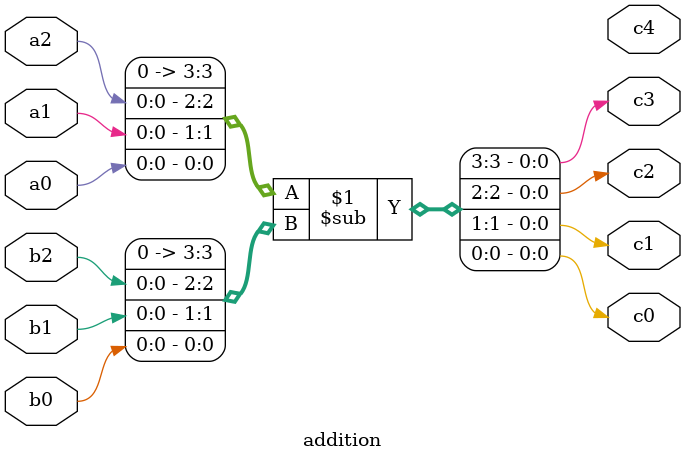
<source format=v>
module addition
(
input a0,a1,a2,
input b0,b1,b2,
output c0,c1,c2,c3,c4

);

assign {c3,c2,c1,c0} = {a2,a1,a0}-{b2,b1,b0};

endmodule
</source>
